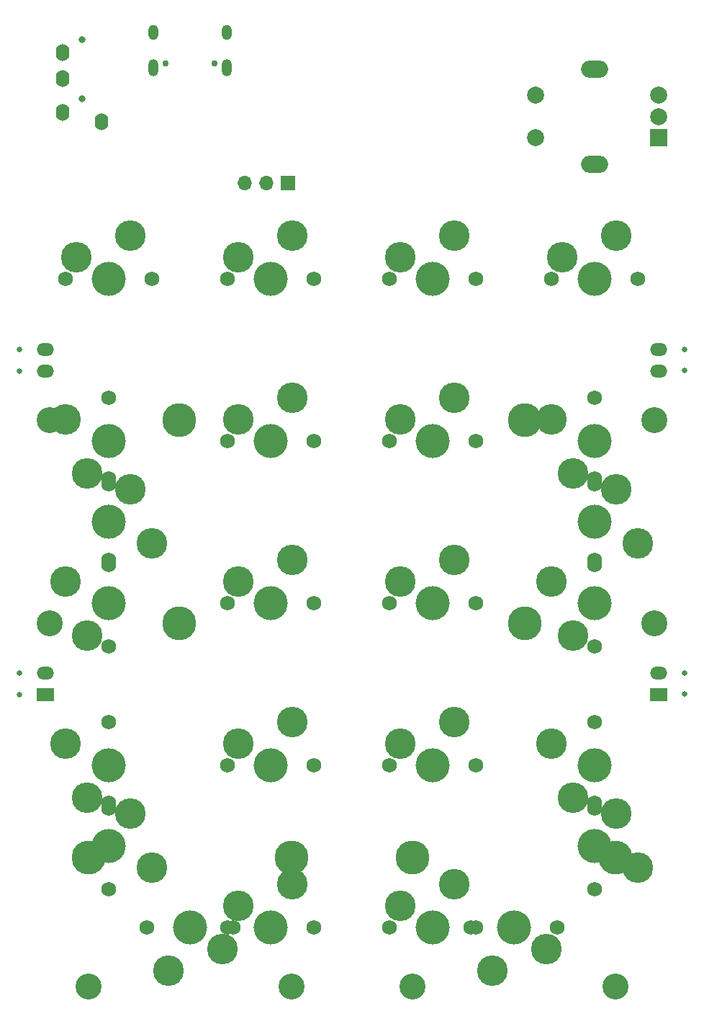
<source format=gbr>
%TF.GenerationSoftware,KiCad,Pcbnew,(6.0.7)*%
%TF.CreationDate,2022-10-13T01:40:36-05:00*%
%TF.ProjectId,Container65,436f6e74-6169-46e6-9572-36352e6b6963,rev?*%
%TF.SameCoordinates,Original*%
%TF.FileFunction,Soldermask,Top*%
%TF.FilePolarity,Negative*%
%FSLAX46Y46*%
G04 Gerber Fmt 4.6, Leading zero omitted, Abs format (unit mm)*
G04 Created by KiCad (PCBNEW (6.0.7)) date 2022-10-13 01:40:36*
%MOMM*%
%LPD*%
G01*
G04 APERTURE LIST*
%ADD10C,1.750000*%
%ADD11C,3.100000*%
%ADD12C,4.000000*%
%ADD13C,3.600000*%
%ADD14C,3.987800*%
%ADD15C,3.048000*%
%ADD16O,3.200000X2.000000*%
%ADD17R,2.000000X2.000000*%
%ADD18C,2.000000*%
%ADD19O,0.650000X0.650000*%
%ADD20R,2.000000X1.500000*%
%ADD21O,2.000000X1.500000*%
%ADD22R,1.700000X1.700000*%
%ADD23O,1.700000X1.700000*%
%ADD24C,0.800000*%
%ADD25O,1.600000X2.000000*%
%ADD26C,0.750013*%
%ADD27O,1.200000X1.800000*%
%ADD28O,1.200000X2.000000*%
G04 APERTURE END LIST*
D10*
%TO.C,MX5*%
X49212500Y-62388750D03*
D11*
X46672500Y-71278750D03*
X44132500Y-64928750D03*
D10*
X49212500Y-72548750D03*
D12*
X49212500Y-67468750D03*
D13*
X46672500Y-71278750D03*
X44132500Y-64928750D03*
%TD*%
D14*
%TO.C,X3*%
X70675500Y-116393750D03*
D15*
X70675500Y-131603750D03*
X46799500Y-131603750D03*
D14*
X46799500Y-116393750D03*
%TD*%
D11*
%TO.C,MX15*%
X89852500Y-100488750D03*
D10*
X82232500Y-105568750D03*
D11*
X83502500Y-103028750D03*
D10*
X92392500Y-105568750D03*
D12*
X87312500Y-105568750D03*
D13*
X83502500Y-103028750D03*
X89852500Y-100488750D03*
%TD*%
D10*
%TO.C,MX9*%
X49212500Y-81438750D03*
X49212500Y-91598750D03*
D12*
X49212500Y-86518750D03*
D11*
X44132500Y-83978750D03*
X46672500Y-90328750D03*
D13*
X46672500Y-90328750D03*
X44132500Y-83978750D03*
%TD*%
D10*
%TO.C,MX-E-1*%
X49212500Y-71913750D03*
D11*
X54292500Y-79533750D03*
X51752500Y-73183750D03*
D12*
X49212500Y-76993750D03*
D10*
X49212500Y-82073750D03*
D13*
X51752500Y-73183750D03*
X54292500Y-79533750D03*
%TD*%
D15*
%TO.C,X4*%
X108775500Y-131603750D03*
X84899500Y-131603750D03*
D14*
X108775500Y-116393750D03*
X84899500Y-116393750D03*
%TD*%
D11*
%TO.C,MX3*%
X89852500Y-43338750D03*
X83502500Y-45878750D03*
D10*
X92392500Y-48418750D03*
D12*
X87312500Y-48418750D03*
D10*
X82232500Y-48418750D03*
D13*
X83502500Y-45878750D03*
X89852500Y-43338750D03*
%TD*%
D10*
%TO.C,MX6*%
X73342500Y-67468750D03*
X63182500Y-67468750D03*
D11*
X64452500Y-64928750D03*
D12*
X68262500Y-67468750D03*
D11*
X70802500Y-62388750D03*
D13*
X64452500Y-64928750D03*
X70802500Y-62388750D03*
%TD*%
D12*
%TO.C,MX2*%
X68262500Y-48418750D03*
D11*
X64452500Y-45878750D03*
D10*
X63182500Y-48418750D03*
X73342500Y-48418750D03*
D11*
X70802500Y-43338750D03*
D13*
X64452500Y-45878750D03*
X70802500Y-43338750D03*
%TD*%
D12*
%TO.C,MX-E-4*%
X96837500Y-124618750D03*
D10*
X91757500Y-124618750D03*
D11*
X100647500Y-127158750D03*
D10*
X101917500Y-124618750D03*
D11*
X94297500Y-129698750D03*
D13*
X100647500Y-127158750D03*
X94297500Y-129698750D03*
%TD*%
D15*
%TO.C,X2*%
X113347500Y-65055750D03*
X113347500Y-88931750D03*
D14*
X98137500Y-88931750D03*
X98137500Y-65055750D03*
%TD*%
D10*
%TO.C,MX-E-2*%
X106362500Y-71913750D03*
X106362500Y-82073750D03*
D11*
X108902500Y-73183750D03*
X111442500Y-79533750D03*
D12*
X106362500Y-76993750D03*
D13*
X108902500Y-73183750D03*
X111442500Y-79533750D03*
%TD*%
D10*
%TO.C,MX14*%
X63182500Y-105568750D03*
D12*
X68262500Y-105568750D03*
D11*
X70802500Y-100488750D03*
X64452500Y-103028750D03*
D10*
X73342500Y-105568750D03*
D13*
X64452500Y-103028750D03*
X70802500Y-100488750D03*
%TD*%
D12*
%TO.C,MX11*%
X87312500Y-86518750D03*
D11*
X83502500Y-83978750D03*
D10*
X92392500Y-86518750D03*
X82232500Y-86518750D03*
D11*
X89852500Y-81438750D03*
D13*
X83502500Y-83978750D03*
X89852500Y-81438750D03*
%TD*%
D10*
%TO.C,MX17*%
X53657500Y-124618750D03*
D11*
X56197500Y-129698750D03*
D12*
X58737500Y-124618750D03*
D11*
X62547500Y-127158750D03*
D10*
X63817500Y-124618750D03*
D13*
X62547500Y-127158750D03*
X56197500Y-129698750D03*
%TD*%
D10*
%TO.C,MX16*%
X106362500Y-100488750D03*
X106362500Y-110648750D03*
D11*
X101282500Y-103028750D03*
D12*
X106362500Y-105568750D03*
D11*
X103822500Y-109378750D03*
D13*
X103822500Y-109378750D03*
X101282500Y-103028750D03*
%TD*%
D15*
%TO.C,X1*%
X42227500Y-65055750D03*
D14*
X57437500Y-65055750D03*
X57437500Y-88931750D03*
D15*
X42227500Y-88931750D03*
%TD*%
D11*
%TO.C,MX12*%
X101282500Y-83978750D03*
X103822500Y-90328750D03*
D12*
X106362500Y-86518750D03*
D10*
X106362500Y-91598750D03*
X106362500Y-81438750D03*
D13*
X103822500Y-90328750D03*
X101282500Y-83978750D03*
%TD*%
D12*
%TO.C,MX18*%
X68262500Y-124618750D03*
D11*
X64452500Y-122078750D03*
D10*
X73342500Y-124618750D03*
D11*
X70802500Y-119538750D03*
D10*
X63182500Y-124618750D03*
D13*
X64452500Y-122078750D03*
X70802500Y-119538750D03*
%TD*%
D11*
%TO.C,MX10*%
X64452500Y-83978750D03*
D10*
X73342500Y-86518750D03*
D12*
X68262500Y-86518750D03*
D10*
X63182500Y-86518750D03*
D11*
X70802500Y-81438750D03*
D13*
X64452500Y-83978750D03*
X70802500Y-81438750D03*
%TD*%
D16*
%TO.C,SW1*%
X106362500Y-34968750D03*
X106362500Y-23768750D03*
D17*
X113862500Y-31868750D03*
D18*
X113862500Y-26868750D03*
X113862500Y-29368750D03*
X99362500Y-26868750D03*
X99362500Y-31868750D03*
%TD*%
D11*
%TO.C,MX20*%
X108902500Y-111283750D03*
X111442500Y-117633750D03*
D12*
X106362500Y-115093750D03*
D10*
X106362500Y-110013750D03*
X106362500Y-120173750D03*
D13*
X108902500Y-111283750D03*
X111442500Y-117633750D03*
%TD*%
D10*
%TO.C,MX8*%
X106362500Y-72548750D03*
D12*
X106362500Y-67468750D03*
D11*
X103822500Y-71278750D03*
X101282500Y-64928750D03*
D10*
X106362500Y-62388750D03*
D13*
X103822500Y-71278750D03*
X101282500Y-64928750D03*
%TD*%
D12*
%TO.C,MX7*%
X87312500Y-67468750D03*
D10*
X82232500Y-67468750D03*
D11*
X89852500Y-62388750D03*
X83502500Y-64928750D03*
D10*
X92392500Y-67468750D03*
D13*
X83502500Y-64928750D03*
X89852500Y-62388750D03*
%TD*%
D10*
%TO.C,MX19*%
X82232500Y-124618750D03*
D11*
X83502500Y-122078750D03*
D10*
X92392500Y-124618750D03*
D12*
X87312500Y-124618750D03*
D11*
X89852500Y-119538750D03*
D13*
X83502500Y-122078750D03*
X89852500Y-119538750D03*
%TD*%
D10*
%TO.C,MX4*%
X101282500Y-48418750D03*
X111442500Y-48418750D03*
D11*
X108902500Y-43338750D03*
X102552500Y-45878750D03*
D12*
X106362500Y-48418750D03*
D13*
X102552500Y-45878750D03*
X108902500Y-43338750D03*
%TD*%
D10*
%TO.C,MX1*%
X44132500Y-48418750D03*
X54292500Y-48418750D03*
D11*
X45402500Y-45878750D03*
X51752500Y-43338750D03*
D12*
X49212500Y-48418750D03*
D13*
X45402500Y-45878750D03*
X51752500Y-43338750D03*
%TD*%
D11*
%TO.C,MX-E-3*%
X51752500Y-111283750D03*
D10*
X49212500Y-110013750D03*
D12*
X49212500Y-115093750D03*
D11*
X54292500Y-117633750D03*
D10*
X49212500Y-120173750D03*
D13*
X51752500Y-111283750D03*
X54292500Y-117633750D03*
%TD*%
D10*
%TO.C,MX13*%
X49212500Y-100488750D03*
X49212500Y-110648750D03*
D12*
X49212500Y-105568750D03*
D11*
X46672500Y-109378750D03*
X44132500Y-103028750D03*
D13*
X46672500Y-109378750D03*
X44132500Y-103028750D03*
%TD*%
D19*
%TO.C,J3*%
X38687500Y-97283750D03*
X38687500Y-94783750D03*
D20*
X41687500Y-97283750D03*
D21*
X41687500Y-94743750D03*
%TD*%
D19*
%TO.C,J6*%
X116887500Y-59212500D03*
X116887500Y-56712500D03*
D21*
X113887500Y-59252500D03*
X113887500Y-56712500D03*
%TD*%
D22*
%TO.C,J1*%
X70287500Y-37200000D03*
D23*
X67747500Y-37200000D03*
X65207500Y-37200000D03*
%TD*%
D19*
%TO.C,J4*%
X38687500Y-56752500D03*
X38687500Y-59252500D03*
D21*
X41687500Y-59252500D03*
X41687500Y-56712500D03*
%TD*%
D24*
%TO.C,U7*%
X46037500Y-27300000D03*
X46037500Y-20300000D03*
D25*
X48337500Y-30000000D03*
X43737500Y-28900000D03*
X43737500Y-24900000D03*
X43737500Y-21900000D03*
%TD*%
D19*
%TO.C,J5*%
X116887500Y-94753750D03*
X116887500Y-97253750D03*
D20*
X113887500Y-97293750D03*
D21*
X113887500Y-94753750D03*
%TD*%
D26*
%TO.C,U2*%
X55836560Y-23153134D03*
X61636408Y-23153134D03*
D27*
X54411363Y-19453362D03*
D28*
X63061605Y-23653261D03*
X54411363Y-23653261D03*
D27*
X63061605Y-19453362D03*
%TD*%
M02*

</source>
